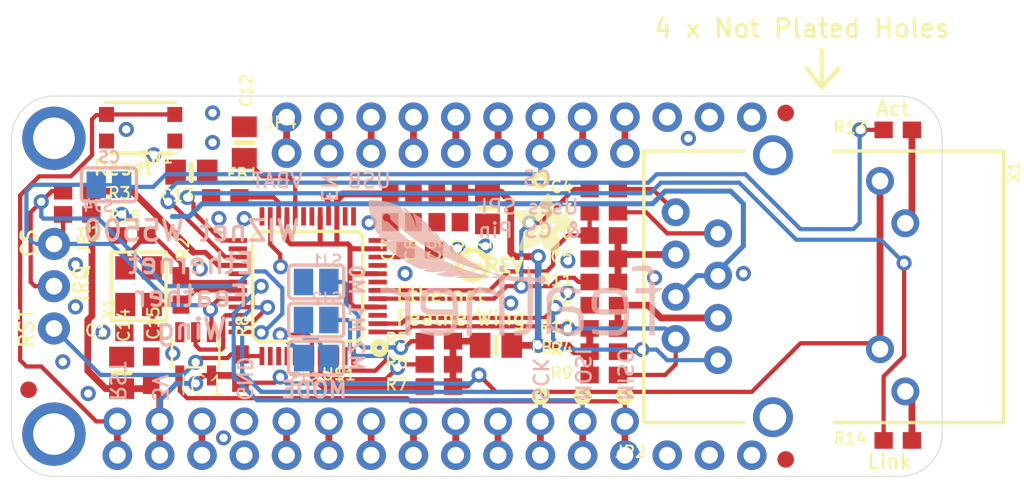
<source format=kicad_pcb>
(kicad_pcb (version 20211014) (generator pcbnew)
  (layers (0 "F.Cu" signal) (31 "B.Cu" signal) (34 "B.Paste" user) (35 "F.Paste" user) (36 "B.SilkS" user "B.Silkscreen") (37 "F.SilkS" user "F.Silkscreen") (38 "B.Mask" user) (39 "F.Mask" user) (44 "Edge.Cuts" user))
  (net 0 "")
  (net 1 "N$1")
  (net 2 "GND")
  (net 3 "N$2")
  (net 4 "N$3")
  (net 5 "AGND")
  (net 6 "CS")
  (net 7 "IRQ")
  (net 8 "MOSI")
  (net 9 "MISO")
  (net 10 "SCK")
  (net 11 "3.3V")
  (net 12 "N$4")
  (net 13 "N$5")
  (net 14 "N$6")
  (net 15 "RESET")
  (net 16 "AVDD")
  (net 17 "TX-")
  (net 18 "TX+")
  (net 19 "RX-")
  (net 20 "RX+")
  (net 21 "N$7")
  (net 22 "N$8")
  (net 23 "N$9")
  (net 24 "N$10")
  (net 25 "N$11")
  (net 26 "N$12")
  (net 27 "MISO_MCU")
  (net 28 "GREENLED")
  (net 29 "YELLOWLED")
  (net 30 "N$13")
  (net 31 "N$14")
  (net 32 "VBAT")
  (net 33 "N$15")
  (net 34 "USB")
  (net 35 "N$16")
  (net 36 "N$17")
  (net 37 "N$18")
  (net 38 "N$19")
  (net 39 "N$20")
  (net 40 "N$21")
  (net 41 "N$28")
  (net 42 "N$29")
  (net 43 "N$30")
  (net 44 "N$31")
  (net 45 "N$32")
  (net 46 "N$33")
  (net 47 "N$34")
  (net 48 "N$22")
  (footprint "boardEagle:0603-NO" (layer "F.Cu") (at 143.2941 100.3046 -90)
    (fp_text reference "C7")
    (fp_text value "0.1uF")
  )
  (footprint "boardEagle:0603-NO" (layer "F.Cu") (at 147.4851 100.3046 -90)
    (fp_text reference "C10")
    (fp_text value "0.1uF")
  )
  (footprint "boardEagle:BTN_KMR2_4.6X2.8" (layer "F.Cu") (at 128.3081 95.4786 180)
    (fp_text reference "SW1")
    (fp_text value "KMR2")
  )
  (footprint "boardEagle:0603-NO" (layer "F.Cu") (at 130.7211 105.2576 90)
    (fp_text reference "R2")
    (fp_text value "1M")
  )
  (footprint "boardEagle:ADAFRUIT_3.5MM" (layer "F.Cu") (at 150.6601 103.2256)
    (fp_text reference "U$49" hide)
    (fp_text value "" hide)
  )
  (footprint "boardEagle:FEATHERWING_NODIM" (layer "F.Cu") (at 120.5611 116.4336)
    (fp_text reference "MS1" hide)
    (fp_text value "FEATHERWING_NODIM" hide)
  )
  (footprint "boardEagle:RJ45_PULSEJACK" (layer "F.Cu") (at 169.3291 105.0036 -90)
    (fp_text reference "X1")
    (fp_text value "RB1-125BAG1A")
  )
  (footprint "boardEagle:0603-NO" (layer "F.Cu") (at 156.1211 104.7496 180)
    (fp_text reference "R11")
    (fp_text value "49.9")
  )
  (footprint "boardEagle:0603-NO" (layer "F.Cu") (at 128.9431 110.0836 90)
    (fp_text reference "C15")
    (fp_text value "0.1uF")
  )
  (footprint "boardEagle:0603-NO" (layer "F.Cu") (at 156.1211 100.5586 180)
    (fp_text reference "C3")
    (fp_text value "6.8nF")
  )
  (footprint "boardEagle:0603-NO" (layer "F.Cu") (at 124.4981 99.2886)
    (fp_text reference "R3")
    (fp_text value "10K")
  )
  (footprint "boardEagle:0603-NO" (layer "F.Cu") (at 146.2151 108.3056 180)
    (fp_text reference "R5")
    (fp_text value "10K")
  )
  (footprint "boardEagle:LQFP48" (layer "F.Cu") (at 138.3411 105.0036 180)
    (fp_text reference "U$1")
    (fp_text value "W5500")
  )
  (footprint "boardEagle:0603-NO" (layer "F.Cu") (at 156.1211 110.3376 180)
    (fp_text reference "R9")
    (fp_text value "49.9")
  )
  (footprint "boardEagle:0603-NO" (layer "F.Cu") (at 173.7741 114.2746 180)
    (fp_text reference "R14")
    (fp_text value "470")
  )
  (footprint "boardEagle:FIDUCIAL_1MM" (layer "F.Cu") (at 167.0431 94.5896)
    (fp_text reference "FID3" hide)
    (fp_text value "FIDUCIAL\"\"" hide)
  )
  (footprint "boardEagle:0603-NO" (layer "F.Cu") (at 156.1211 103.3526 180)
    (fp_text reference "C5")
    (fp_text value "10nF")
  )
  (footprint "boardEagle:1X09_ROUND_70" (layer "F.Cu") (at 147.2311 97.0026)
    (fp_text reference "JP4")
    (fp_text value "")
  )
  (footprint "boardEagle:0805-NO" (layer "F.Cu") (at 134.5311 96.3676 90)
    (fp_text reference "C12")
    (fp_text value "10uF")
  )
  (footprint "boardEagle:1X03_ROUND_76" (layer "F.Cu") (at 123.1011 105.0036 -90)
    (fp_text reference "JP1")
    (fp_text value "")
  )
  (footprint "boardEagle:0603-NO" (layer "F.Cu") (at 134.3025 109.9566 90)
    (fp_text reference "R8")
    (fp_text value "10K")
  )
  (footprint "boardEagle:0603-NO" (layer "F.Cu") (at 128.1811 107.7976 180)
    (fp_text reference "C1")
    (fp_text value "22pF")
  )
  (footprint "boardEagle:FIDUCIAL_1MM" (layer "F.Cu") (at 121.5771 111.2266)
    (fp_text reference "FID2" hide)
    (fp_text value "FIDUCIAL\"\"" hide)
  )
  (footprint "boardEagle:0603-NO" (layer "F.Cu") (at 127.8001 101.9556 180)
    (fp_text reference "C2")
    (fp_text value "22pF")
  )
  (footprint "boardEagle:0603-NO" (layer "F.Cu") (at 133.3881 99.6696 180)
    (fp_text reference "C13")
    (fp_text value "0.1uF")
  )
  (footprint "boardEagle:0603-NO" (layer "F.Cu") (at 146.2151 109.7026 180)
    (fp_text reference "R6")
    (fp_text value "10K")
  )
  (footprint "boardEagle:1X13_ROUND_70" (layer "F.Cu") (at 142.1511 113.1316 180)
    (fp_text reference "JP2")
    (fp_text value "")
  )
  (footprint "boardEagle:0805-NO" (layer "F.Cu") (at 127.1651 110.2106 90)
    (fp_text reference "C14")
    (fp_text value "10uF")
  )
  (footprint "boardEagle:0603-NO" (layer "F.Cu") (at 173.7741 95.6056 180)
    (fp_text reference "R13")
    (fp_text value "470")
  )
  (footprint "boardEagle:0603-NO" (layer "F.Cu") (at 145.0721 102.8446)
    (fp_text reference "R1")
    (fp_text value "12.4K")
  )
  (footprint "boardEagle:0603-NO" (layer "F.Cu") (at 156.1211 107.5436 180)
    (fp_text reference "R12")
    (fp_text value "10")
  )
  (footprint "boardEagle:SOT23-5L" (layer "F.Cu") (at 131.6101 109.0676 180)
    (fp_text reference "IC1")
    (fp_text value "74AHC1G125")
  )
  (footprint "boardEagle:CRYSTAL_3.2X2.5" (layer "F.Cu") (at 128.1811 105.0036 90)
    (fp_text reference "Y1")
    (fp_text value "25MHz")
  )
  (footprint "boardEagle:0603-NO" (layer "F.Cu") (at 156.1211 108.9406 180)
    (fp_text reference "R4")
    (fp_text value "49.9")
  )
  (footprint "boardEagle:0603-NO" (layer "F.Cu") (at 146.0881 100.3046 -90)
    (fp_text reference "C9")
    (fp_text value "0.1uF")
  )
  (footprint "boardEagle:0603-NO" (layer "F.Cu") (at 124.4981 100.6856)
    (fp_text reference "R15")
    (fp_text value "10K")
  )
  (footprint "boardEagle:0603-NO" (layer "F.Cu") (at 144.6911 100.3046 -90)
    (fp_text reference "C8")
    (fp_text value "0.1uF")
  )
  (footprint "boardEagle:0805-NO" (layer "F.Cu") (at 131.3561 98.1456)
    (fp_text reference "FB1")
    (fp_text value "ferrite")
  )
  (footprint "boardEagle:0603-NO" (layer "F.Cu") (at 156.1211 106.1466 180)
    (fp_text reference "C6")
    (fp_text value "10nF")
  )
  (footprint "boardEagle:0603-NO" (layer "F.Cu") (at 156.1211 101.9556 180)
    (fp_text reference "R10")
    (fp_text value "49.9")
  )
  (footprint "boardEagle:0805-NO" (layer "F.Cu") (at 149.1361 100.3046 -90)
    (fp_text reference "C11")
    (fp_text value "10uF")
  )
  (footprint "boardEagle:FIDUCIAL_1MM" (layer "F.Cu") (at 167.0431 115.4176)
    (fp_text reference "FID1" hide)
    (fp_text value "FIDUCIAL\"\"" hide)
  )
  (footprint "boardEagle:0603-NO" (layer "F.Cu") (at 156.1211 99.1616 180)
    (fp_text reference "C4")
    (fp_text value "6.8nF")
  )
  (footprint "boardEagle:PCBFEAT-REV-040" (layer "F.Cu") (at 148.2471 103.7336)
    (fp_text reference "U$45" hide)
    (fp_text value "" hide)
  )
  (footprint "boardEagle:0805-NO" (layer "F.Cu") (at 149.6441 108.5596)
    (fp_text reference "FB2")
    (fp_text value "ferrite")
  )
  (footprint "boardEagle:0603-NO" (layer "F.Cu") (at 146.2151 111.0361 180)
    (fp_text reference "R7")
    (fp_text value "10K")
  )
  (footprint "boardEagle:SOLDERJUMPER_CLOSEDWIRE" (layer "B.Cu") (at 126.4031 98.9076)
    (fp_text reference "SJ4")
    (fp_text value "")
  )
  (footprint "boardEagle:SOLDERJUMPER_REFLOW_NOPASTE" (layer "B.Cu") (at 138.8491 104.7496 180)
    (fp_text reference "SJ1")
    (fp_text value "")
  )
  (footprint "boardEagle:SOLDERJUMPER_REFLOW_NOPASTE" (layer "B.Cu") (at 138.8491 109.3216)
    (fp_text reference "SJ3")
    (fp_text value "")
  )
  (footprint "boardEagle:FEATHERLOGO_MED" (layer "B.Cu") (at 159.8041 108.0516 180)
    (fp_text reference "U$48" hide)
    (fp_text value "" hide)
  )
  (footprint "boardEagle:SOLDERJUMPER_REFLOW_NOPASTE" (layer "B.Cu") (at 138.8491 107.0356 180)
    (fp_text reference "SJ2")
    (fp_text value "")
  )
  (gr_circle (center 154.8511 111.6076) (end 155.2321 111.6076) (layer "F.SilkS") (width 0.3048) (fill none))
  (gr_line (start 169.2021 93.0656) (end 168.3131 91.9226) (layer "F.SilkS") (width 0.254))
  (gr_circle (center 152.3111 111.6076) (end 152.6921 111.6076) (layer "F.SilkS") (width 0.3048) (fill none))
  (gr_circle (center 152.3111 98.6536) (end 152.6921 98.6536) (layer "F.SilkS") (width 0.3048) (fill none))
  (gr_line (start 169.2021 93.0656) (end 170.2181 91.9226) (layer "F.SilkS") (width 0.254))
  (gr_circle (center 157.3911 111.6076) (end 157.7721 111.6076) (layer "F.SilkS") (width 0.3048) (fill none))
  (gr_line (start 169.2021 90.7796) (end 169.2021 92.9386) (layer "F.SilkS") (width 0.254))
  (gr_line (start 123.1011 116.4336) (end 173.9011 116.4336) (layer "Edge.Cuts") (width 0.05))
  (gr_arc (start 173.9011 93.5736) (mid 175.697151 94.317549) (end 176.4411 96.1136) (layer "Edge.Cuts") (width 0.05))
  (gr_line (start 173.9011 93.5736) (end 123.1011 93.5736) (layer "Edge.Cuts") (width 0.05))
  (gr_arc (start 176.4411 113.8936) (mid 175.697151 115.689651) (end 173.9011 116.4336) (layer "Edge.Cuts") (width 0.05))
  (gr_line (start 120.5611 96.1136) (end 120.5611 113.8936) (layer "Edge.Cuts") (width 0.05))
  (gr_arc (start 120.5611 96.1136) (mid 121.305049 94.317549) (end 123.1011 93.5736) (layer "Edge.Cuts") (width 0.05))
  (gr_line (start 176.4411 113.8936) (end 176.4411 96.1136) (layer "Edge.Cuts") (width 0.05))
  (gr_arc (start 123.1011 116.4336) (mid 121.305049 115.689651) (end 120.5611 113.8936) (layer "Edge.Cuts") (width 0.05))
  (gr_text "CS" (at 151.1681 98.5266) (layer "B.SilkS") (effects (font (size 0.87376 0.87376) (thickness 0.14224)) (justify right mirror)))
  (gr_text "M0" (at 141.2621 104.6226 -90) (layer "B.SilkS") (effects (font (size 0.85344 0.85344) (thickness 0.16256)) (justify mirror)))
  (gr_text "EN" (at 139.6111 98.1456 -90) (layer "B.SilkS") (effects (font (size 0.87376 0.87376) (thickness 0.14224)) (justify right mirror)))
  (gr_text "MOSI" (at 154.8511 111.9886 -90) (layer "B.SilkS") (effects (font (size 0.87376 0.87376) (thickness 0.14224)) (justify left mirror)))
  (gr_text "WIZnet W5500\nEthernet\nFeather\nWing" (at 131.3561 104.6226) (layer "B.SilkS") (effects (font (size 1.223264 1.223264) (thickness 0.199136)) (justify mirror)))
  (gr_text "VBAT" (at 134.9121 98.6536) (layer "B.SilkS") (effects (font (size 0.87376 0.87376) (thickness 0.14224)) (justify right mirror)))
  (gr_text "GND" (at 134.5311 111.9886 -90) (layer "B.SilkS") (effects (font (size 0.87376 0.87376) (thickness 0.14224)) (justify left mirror)))
  (gr_text "MISO" (at 157.3911 111.9886 -90) (layer "B.SilkS") (effects (font (size 0.87376 0.87376) (thickness 0.14224)) (justify left mirror)))
  (gr_text "MODE" (at 138.7221 111.2266) (layer "B.SilkS") (effects (font (size 0.96012 0.96012) (thickness 0.18288)) (justify mirror)))
  (gr_text "3V" (at 129.4511 111.9886 -90) (layer "B.SilkS") (effects (font (size 0.87376 0.87376) (thickness 0.14224)) (justify left mirror)))
  (gr_text "USB" (at 140.6271 98.6536) (layer "B.SilkS") (effects (font (size 0.87376 0.87376) (thickness 0.14224)) (justify right mirror)))
  (gr_text "CS" (at 127.1651 97.2566) (layer "B.SilkS") (effects (font (size 0.674624 0.674624) (thickness 0.138176)) (justify left mirror)))
  (gr_text "RST" (at 126.9111 111.9886 -90) (layer "B.SilkS") (effects (font (size 0.87376 0.87376) (thickness 0.14224)) (justify left mirror)))
  (gr_text "M2" (at 141.2621 109.1946 -90) (layer "B.SilkS") (effects (font (size 0.85344 0.85344) (thickness 0.16256)) (justify mirror)))
  (gr_text "SCK" (at 152.3111 111.9886 -90) (layer "B.SilkS") (effects (font (size 0.87376 0.87376) (thickness 0.14224)) (justify left mirror)))
  (gr_text "Uses SPI\n& CS Pin" (at 151.6761 100.9396) (layer "B.SilkS") (effects (font (size 0.87376 0.87376) (thickness 0.14224)) (justify mirror)))
  (gr_text "M1" (at 141.2621 106.9086 -90) (layer "B.SilkS") (effects (font (size 0.85344 0.85344) (thickness 0.16256)) (justify mirror)))
  (gr_text "Act" (at 172.3771 94.8436) (layer "F.SilkS") (effects (font (size 0.87376 0.87376) (thickness 0.14224)) (justify left bottom)))
  (gr_text "Ethernet\nFeatherWing" (at 143.5481 107.4166) (layer "F.SilkS") (effects (font (size 0.8636 0.8636) (thickness 0.1524)) (justify left bottom)))
  (gr_text "IRQ" (at 124.7521 106.0196 90) (layer "F.SilkS") (effects (font (size 0.8636 0.8636) (thickness 0.1524)) (justify left)))
  (gr_text "Link" (at 171.8691 116.0526) (layer "F.SilkS") (effects (font (size 0.87376 0.87376) (thickness 0.14224)) (justify left bottom)))
  (gr_text "RST" (at 121.4501 108.8136 90) (layer "F.SilkS") (effects (font (size 0.8636 0.8636) (thickness 0.1524)) (justify left)))
  (gr_text "Reset" (at 125.3871 97.8916) (layer "F.SilkS") (effects (font (size 0.8636 0.8636) (thickness 0.1524)) (justify left)))
  (gr_text "CS" (at 121.5771 103.3526 90) (layer "F.SilkS") (effects (font (size 0.8636 0.8636) (thickness 0.1524)) (justify left)))
  (gr_text "4 x Not Plated Holes" (at 159.0421 90.1446) (layer "F.SilkS") (effects (font (size 1.0922 1.0922) (thickness 0.1778)) (justify left bottom)))
  (segment (start 129.0311 106.1536) (end 128.9811 106.1036) (width 0.254) (layer "F.Cu") (net 1))
  (segment (start 131.5751 105.2536) (end 130.7211 106.1076) (width 0.254) (layer "F.Cu") (net 1))
  (segment (start 128.9811 106.2356) (end 129.1091 106.1076) (width 0.254) (layer "F.Cu") (net 1))
  (segment (start 134.1411 105.2536) (end 131.5751 105.2536) (width 0.254) (layer "F.Cu") (net 1))
  (segment (start 130.7211 106.1076) (end 129.1091 106.1076) (width 0.254) (layer "F.Cu") (net 1))
  (segment (start 129.0311 107.7976) (end 129.0311 106.1536) (width 0.254) (layer "F.Cu") (net 1))
  (segment (start 128.9811 106.1036) (end 128.9811 106.2356) (width 0.254) (layer "F.Cu") (net 1))
  (segment (start 136.6901 103.8098) (end 136.7155 103.8352) (width 0.254) (layer "F.Cu") (net 2))
  (segment (start 136.0911 102.4996) (end 136.6901 103.0986) (width 0.254) (layer "F.Cu") (net 2))
  (segment (start 136.6901 103.0986) (end 136.6901 103.8098) (width 0.254) (layer "F.Cu") (net 2))
  (segment (start 136.0911 100.8036) (end 136.0911 102.4996) (width 0.254) (layer "F.Cu") (net 2))
  (via (at 129.0955 97.1042) (size 0.9064) (drill 0.5) (layers "F.Cu" "B.Cu") (net 2))
  (via (at 125.1585 111.4552) (size 0.9064) (drill 0.5) (layers "F.Cu" "B.Cu") (net 2))
  (via (at 130.2385 109.0422) (size 0.9064) (drill 0.5) (layers "F.Cu" "B.Cu") (net 2))
  (via (at 136.7155 103.8352) (size 0.9064) (drill 0.5) (layers "F.Cu" "B.Cu") (net 2))
  (via (at 133.2865 114.1222) (size 0.9064) (drill 0.5) (layers "F.Cu" "B.Cu") (net 2))
  (via (at 127.4445 95.5802) (size 0.9064) (drill 0.5) (layers "F.Cu" "B.Cu") (net 2))
  (via (at 123.6345 109.5502) (size 0.9064) (drill 0.5) (layers "F.Cu" "B.Cu") (net 2))
  (via (at 127.1651 100.6856) (size 0.9064) (drill 0.5) (layers "F.Cu" "B.Cu") (net 2))
  (via (at 126.0475 107.7722) (size 0.9064) (drill 0.5) (layers "F.Cu" "B.Cu") (net 2))
  (via (at 124.3965 106.2482) (size 0.9064) (drill 0.5) (layers "F.Cu" "B.Cu") (net 2))
  (via (at 124.3965 103.7082) (size 0.9064) (drill 0.5) (layers "F.Cu" "B.Cu") (net 2))
  (via (at 131.8895 103.9622) (size 0.9064) (drill 0.5) (layers "F.Cu" "B.Cu") (net 2))
  (segment (start 127.5461 100.9396) (end 127.6731 100.8126) (width 0.3048) (layer "B.Cu") (net 2))
  (segment (start 163.7411 99.2886) (end 159.8041 99.2886) (width 0.3048) (layer "B.Cu") (net 2))
  (segment (start 139.1031 108.8136) (end 139.6111 109.3216) (width 0.254) (layer "B.Cu") (net 2))
  (segment (start 162.9791 104.3686) (end 161.7091 104.3686) (width 0.3048) (layer "B.Cu") (net 2))
  (segment (start 138.8491 108.1786) (end 139.1031 108.4326) (width 0.254) (layer "B.Cu") (net 2))
  (segment (start 164.5031 102.5906) (end 164.5031 100.0506) (width 0.3048) (layer "B.Cu") (net 2))
  (segment (start 161.7091 104.3686) (end 160.4391 105.6386) (width 0.3048) (layer "B.Cu") (net 2))
  (segment (start 139.6111 109.3216) (end 139.6111 109.0676) (width 0.254) (layer "B.Cu") (net 2))
  (segment (start 164.5031 100.0506) (end 163.7411 99.2886) (width 0.3048) (layer "B.Cu") (net 2))
  (segment (start 131.9911 100.0506) (end 131.2291 100.8126) (width 0.3048) (layer "B.Cu") (net 2))
  (segment (start 138.0871 108.0516) (end 138.0871 107.0356) (width 0.254) (layer "B.Cu") (net 2))
  (segment (start 138.2141 108.1786) (end 138.0871 108.0516) (width 0.254) (layer "B.Cu") (net 2))
  (segment (start 159.0421 100.0506) (end 131.9911 100.0506) (width 0.3048) (layer "B.Cu") (net 2))
  (segment (start 131.2291 100.8126) (end 130.2131 100.8126) (width 0.3048) (layer "B.Cu") (net 2))
  (segment (start 162.9791 104.3686) (end 162.9791 104.1146) (width 0.3048) (layer "B.Cu") (net 2))
  (segment (start 138.8491 108.1786) (end 138.2141 108.1786) (width 0.254) (layer "B.Cu") (net 2))
  (segment (start 159.8041 99.2886) (end 159.0421 100.0506) (width 0.3048) (layer "B.Cu") (net 2))
  (segment (start 139.1031 108.4326) (end 139.1031 108.8136) (width 0.254) (layer "B.Cu") (net 2))
  (segment (start 162.9791 104.1146) (end 164.5031 102.5906) (width 0.3048) (layer "B.Cu") (net 2))
  (segment (start 127.3811 103.0096) (end 127.5461 102.8446) (width 0.254) (layer "F.Cu") (net 3))
  (segment (start 131.0671 104.7536) (end 130.7211 104.4076) (width 0.254) (layer "F.Cu") (net 3))
  (segment (start 129.0701 101.9556) (end 128.6501 101.9556) (width 0.254) (layer "F.Cu") (net 3))
  (segment (start 130.7211 103.6066) (end 129.0701 101.9556) (width 0.254) (layer "F.Cu") (net 3))
  (segment (start 130.7211 104.4076) (end 130.7211 103.6066) (width 0.254) (layer "F.Cu") (net 3))
  (segment (start 127.5461 102.8446) (end 127.7611 102.8446) (width 0.254) (layer "F.Cu") (net 3))
  (segment (start 127.7611 102.8446) (end 128.6501 101.9556) (width 0.254) (layer "F.Cu") (net 3))
  (segment (start 127.3811 103.9036) (end 127.3811 103.0096) (width 0.254) (layer "F.Cu") (net 3))
  (segment (start 134.1411 104.7536) (end 131.0671 104.7536) (width 0.254) (layer "F.Cu") (net 3))
  (segment (start 142.5411 103.2536) (end 143.8131 103.2536) (width 0.254) (layer "F.Cu") (net 4))
  (segment (start 143.8131 103.2536) (end 144.2221 102.8446) (width 0.254) (layer "F.Cu") (net 4))
  (segment (start 139.5911 100.8036) (end 139.5911 99.9036) (width 0.254) (layer "F.Cu") (net 5))
  (segment (start 139.5911 99.9036) (end 139.2301 99.5426) (width 0.254) (layer "F.Cu") (net 5))
  (via (at 142.0241 101.1936) (size 0.9064) (drill 0.5) (layers "F.Cu" "B.Cu") (net 5))
  (via (at 134.5311 100.9396) (size 0.9064) (drill 0.5) (layers "F.Cu" "B.Cu") (net 5))
  (via (at 164.5031 104.2416) (size 0.9064) (drill 0.5) (layers "F.Cu" "B.Cu") (net 5))
  (via (at 153.9621 103.4796) (size 0.9064) (drill 0.5) (layers "F.Cu" "B.Cu") (net 5))
  (via (at 132.6261 96.3676) (size 0.9064) (drill 0.5) (layers "F.Cu" "B.Cu") (net 5))
  (via (at 161.2011 96.1136) (size 0.9064) (drill 0.5) (layers "F.Cu" "B.Cu") (net 5))
  (via (at 132.6261 94.5896) (size 0.9064) (drill 0.5) (layers "F.Cu" "B.Cu") (net 5))
  (via (at 153.9621 105.3846) (size 0.9064) (drill 0.5) (layers "F.Cu" "B.Cu") (net 5))
  (via (at 150.5331 106.0196) (size 0.9064) (drill 0.5) (layers "F.Cu" "B.Cu") (net 5))
  (via (at 144.1831 104.2416) (size 0.9064) (drill 0.5) (layers "F.Cu" "B.Cu") (net 5))
  (via (at 159.1691 104.4956) (size 0.9064) (drill 0.5) (layers "F.Cu" "B.Cu") (net 5))
  (via (at 133.0071 100.9396) (size 0.9064) (drill 0.5) (layers "F.Cu" "B.Cu") (net 5))
  (via (at 149.0091 102.5906) (size 0.9064) (drill 0.5) (layers "F.Cu" "B.Cu") (net 5))
  (via (at 147.3581 102.7176) (size 0.9064) (drill 0.5) (layers "F.Cu" "B.Cu") (net 5))
  (segment (start 132.5601 107.7676) (end 132.5601 106.4616) (width 0.254) (layer "F.Cu") (net 6))
  (segment (start 133.0191 105.7536) (end 132.4991 106.2736) (width 0.254) (layer "F.Cu") (net 6))
  (segment (start 123.6481 101.9166) (end 123.1011 102.4636) (width 0.254) (layer "F.Cu") (net 6))
  (segment (start 134.1411 105.7536) (end 133.0191 105.7536) (width 0.254) (layer "F.Cu") (net 6))
  (segment (start 132.5601 106.4616) (end 132.4991 106.4006) (width 0.254) (layer "F.Cu") (net 6))
  (segment (start 132.4991 106.2736) (end 132.4991 106.4006) (width 0.254) (layer "F.Cu") (net 6))
  (segment (start 123.6481 100.6856) (end 123.6481 101.9166) (width 0.254) (layer "F.Cu") (net 6))
  (via (at 132.4991 106.4006) (size 0.9064) (drill 0.5) (layers "F.Cu" "B.Cu") (net 6))
  (segment (start 121.9581 102.4636) (end 123.1011 102.4636) (width 0.254) (layer "B.Cu") (net 6))
  (segment (start 121.4501 99.2886) (end 121.4501 101.9556) (width 0.254) (layer "B.Cu") (net 6))
  (segment (start 126.5301 102.4636) (end 130.2131 106.1466) (width 0.254) (layer "B.Cu") (net 6))
  (segment (start 121.8311 98.9076) (end 121.4501 99.2886) (width 0.254) (layer "B.Cu") (net 6))
  (segment (start 125.6411 98.9076) (end 121.8311 98.9076) (width 0.254) (layer "B.Cu") (net 6))
  (segment (start 121.4501 101.9556) (end 121.9581 102.4636) (width 0.254) (layer "B.Cu") (net 6))
  (segment (start 130.2131 106.1466) (end 132.2451 106.1466) (width 0.254) (layer "B.Cu") (net 6))
  (segment (start 132.2451 106.1466) (end 132.4991 106.4006) (width 0.254) (layer "B.Cu") (net 6))
  (segment (start 123.1011 102.4636) (end 126.5301 102.4636) (width 0.254) (layer "B.Cu") (net 6))
  (segment (start 121.9581 105.0036) (end 121.7041 104.7496) (width 0.254) (layer "F.Cu") (net 7))
  (segment (start 123.1011 105.0036) (end 121.9581 105.0036) (width 0.254) (layer "F.Cu") (net 7))
  (segment (start 121.7041 100.5586) (end 122.3391 99.9236) (width 0.254) (layer "F.Cu") (net 7))
  (segment (start 122.9741 99.2886) (end 122.3391 99.9236) (width 0.254) (layer "F.Cu") (net 7))
  (segment (start 122.3391 99.9236) (end 122.5931 99.6696) (width 0.254) (layer "F.Cu") (net 7))
  (segment (start 121.7041 104.7496) (end 121.7041 100.5586) (width 0.254) (layer "F.Cu") (net 7))
  (segment (start 134.1411 107.7536) (end 135.5031 107.7536) (width 0.254) (layer "F.Cu") (net 7))
  (segment (start 123.6481 99.2886) (end 122.9741 99.2886) (width 0.254) (layer "F.Cu") (net 7))
  (segment (start 135.5031 107.7536) (end 135.5471 107.7976) (width 0.254) (layer "F.Cu") (net 7))
  (via (at 122.3391 99.9236) (size 0.9064) (drill 0.5) (layers "F.Cu" "B.Cu") (net 7))
  (via (at 135.5471 107.7976) (size 0.9064) (drill 0.5) (layers "F.Cu" "B.Cu") (net 7))
  (segment (start 134.9121 104.1146) (end 134.0231 105.0036) (width 0.254) (layer "B.Cu") (net 7))
  (segment (start 135.6741 107.7976) (end 136.8171 106.6546) (width 0.254) (layer "B.Cu") (net 7))
  (segment (start 125.7681 100.9396) (end 122.4661 100.9396) (width 0.254) (layer "B.Cu") (net 7))
  (segment (start 136.8171 106.6546) (end 136.8171 105.1306) (width 0.254) (layer "B.Cu") (net 7))
  (segment (start 136.8171 105.1306) (end 135.8011 104.1146) (width 0.254) (layer "B.Cu") (net 7))
  (segment (start 135.5471 107.7976) (end 135.6741 107.7976) (width 0.254) (layer "B.Cu") (net 7))
  (segment (start 129.8321 105.0036) (end 125.7681 100.9396) (width 0.254) (layer "B.Cu") (net 7))
  (segment (start 134.0231 105.0036) (end 129.8321 105.0036) (width 0.254) (layer "B.Cu") (net 7))
  (segment (start 122.4661 100.9396) (end 122.3391 100.8126) (width 0.254) (layer "B.Cu") (net 7))
  (segment (start 122.3391 100.8126) (end 122.3391 99.9236) (width 0.254) (layer "B.Cu") (net 7))
  (segment (start 135.8011 104.1146) (end 134.9121 104.1146) (width 0.254) (layer "B.Cu") (net 7))
  (segment (start 134.1411 107.2536) (end 134.9481 107.2536) (width 0.254) (layer "F.Cu") (net 8))
  (segment (start 135.2931 106.9086) (end 135.9281 106.2736) (width 0.254) (layer "F.Cu") (net 8))
  (segment (start 134.9481 107.2536) (end 135.2931 106.9086) (width 0.254) (layer "F.Cu") (net 8))
  (segment (start 154.8511 115.1636) (end 154.8511 113.1316) (width 0.4064) (layer "F.Cu") (net 8))
  (via (at 135.9281 106.2736) (size 0.9064) (drill 0.5) (layers "F.Cu" "B.Cu") (net 8))
  (segment (start 135.5471 111.3536) (end 137.9601 111.3536) (width 0.254) (layer "B.Cu") (net 8))
  (segment (start 135.0391 106.2736) (end 135.9281 106.2736) (width 0.254) (layer "B.Cu") (net 8))
  (segment (start 134.4041 106.9086) (end 134.6581 106.6546) (width 0.254) (layer "B.Cu") (net 8))
  (segment (start 154.5971 111.8616) (end 152.8191 111.8616) (width 0.254) (layer "B.Cu") (net 8))
  (segment (start 154.8511 113.1316) (end 154.8511 112.1156) (width 0.254) (layer "B.Cu") (net 8))
  (segment (start 135.0391 110.8456) (end 134.4041 110.2106) (width 0.254) (layer "B.Cu") (net 8))
  (segment (start 152.8191 111.8616) (end 152.3111 111.3536) (width 0.254) (layer "B.Cu") (net 8))
  (segment (start 134.4041 106.9086) (end 135.0391 106.2736) (width 0.254) (layer "B.Cu") (net 8))
  (segment (start 152.3111 111.3536) (end 137.9601 111.3536) (width 0.254) (layer "B.Cu") (net 8))
  (segment (start 135.0391 110.8456) (end 135.5471 111.3536) (width 0.254) (layer "B.Cu") (net 8))
  (segment (start 154.8511 112.1156) (end 154.5971 111.8616) (width 0.254) (layer "B.Cu") (net 8))
  (segment (start 134.4041 110.2106) (end 134.4041 106.9086) (width 0.254) (layer "B.Cu") (net 8))
  (segment (start 133.2611 108.6866) (end 133.1341 108.8136) (width 0.254) (layer "F.Cu") (net 9))
  (segment (start 134.1411 106.7536) (end 133.4161 106.7536) (width 0.254) (layer "F.Cu") (net 9))
  (segment (start 133.2611 106.9086) (end 133.2611 108.6866) (width 0.254) (layer "F.Cu") (net 9))
  (segment (start 131.6101 108.5596) (end 131.6101 107.7676) (width 0.254) (layer "F.Cu") (net 9))
  (segment (start 131.8641 108.8136) (end 131.6101 108.5596) (width 0.254) (layer "F.Cu") (net 9))
  (segment (start 133.1341 108.8136) (end 131.8641 108.8136) (width 0.254) (layer "F.Cu") (net 9))
  (segment (start 133.4161 106.7536) (end 133.2611 106.9086) (width 0.254) (layer "F.Cu") (net 9))
  (segment (start 135.0391 105.5116) (end 135.5471 105.0036) (width 0.254) (layer "F.Cu") (net 10))
  (segment (start 152.3111 115.1636) (end 152.3111 113.1316) (width 0.4064) (layer "F.Cu") (net 10))
  (segment (start 134.1411 106.2536) (end 134.9321 106.2536) (width 0.254) (layer "F.Cu") (net 10))
  (segment (start 135.0391 106.1466) (end 135.0391 105.5116) (width 0.254) (layer "F.Cu") (net 10))
  (segment (start 134.9321 106.2536) (end 135.0391 106.1466) (width 0.254) (layer "F.Cu") (net 10))
  (via (at 135.5471 105.0036) (size 0.9064) (drill 0.5) (layers "F.Cu" "B.Cu") (net 10))
  (segment (start 135.2931 111.8616) (end 137.9601 111.8616) (width 0.254) (layer "B.Cu") (net 10))
  (segment (start 152.3111 113.1316) (end 152.3111 112.1156) (width 0.254) (layer "B.Cu") (net 10))
  (segment (start 134.5311 111.0996) (end 135.2931 111.8616) (width 0.254) (layer "B.Cu") (net 10))
  (segment (start 152.0571 111.8616) (end 137.9601 111.8616) (width 0.254) (layer "B.Cu") (net 10))
  (segment (start 133.8961 110.4646) (end 133.8961 106.6546) (width 0.254) (layer "B.Cu") (net 10))
  (segment (start 152.3111 112.1156) (end 152.0571 111.8616) (width 0.254) (layer "B.Cu") (net 10))
  (segment (start 133.8961 106.6546) (end 135.5471 105.0036) (width 0.254) (layer "B.Cu") (net 10))
  (segment (start 134.5311 111.0996) (end 133.8961 110.4646) (width 0.254) (layer "B.Cu") (net 10))
  (segment (start 136.3481 110.8066) (end 136.6901 110.4646) (width 0.254) (layer "F.Cu") (net 11))
  (segment (start 149.6441 111.3536) (end 148.6281 110.3376) (width 0.254) (layer "F.Cu") (net 11))
  (segment (start 129.4511 115.1636) (end 129.4511 113.1316) (width 0.4064) (layer "F.Cu") (net 11))
  (segment (start 125.3481 100.6856) (end 125.3481 99.2886) (width 0.4064) (layer "F.Cu") (net 11))
  (segment (start 147.0651 108.3056) (end 148.4401 108.3056) (width 0.4064) (layer "F.Cu") (net 11))
  (segment (start 149.6441 111.3536) (end 165.0111 111.3536) (width 0.254) (layer "F.Cu") (net 11))
  (segment (start 128.9431 110.9336) (end 128.7161 111.1606) (width 0.4064) (layer "F.Cu") (net 11))
  (segment (start 125.3871 100.7246) (end 125.3481 100.6856) (width 0.4064) (layer "F.Cu") (net 11))
  (segment (start 133.8635 110.3676) (end 134.3025 110.8066) (width 0.4064) (layer "F.Cu") (net 11))
  (segment (start 134.1411 103.7536) (end 132.9763 103.7536) (width 0.3048) (layer "F.Cu") (net 11))
  (segment (start 172.3531 108.4326) (end 172.7091 108.7886) (width 0.254) (layer "F.Cu") (net 11))
  (segment (start 165.0111 111.3536) (end 167.9321 108.4326) (width 0.254) (layer "F.Cu") (net 11))
  (segment (start 132.1943 102.9716) (end 131.4831 102.9716) (width 0.3048) (layer "F.Cu") (net 11))
  (segment (start 147.0651 109.7026) (end 147.0651 108.3056) (width 0.4064) (layer "F.Cu") (net 11))
  (segment (start 134.3025 110.8066) (end 136.3481 110.8066) (width 0.254) (layer "F.Cu") (net 11))
  (segment (start 132.5601 110.3676) (end 133.8635 110.3676) (width 0.4064) (layer "F.Cu") (net 11))
  (segment (start 129.4511 111.4416) (end 128.9431 110.9336) (width 0.4064) (layer "F.Cu") (net 11))
  (segment (start 172.7091 98.6786) (end 172.7091 108.7886) (width 0.4064) (layer "F.Cu") (net 11))
  (segment (start 125.1331 110.0836) (end 125.1331 107.0356) (width 0.4064) (layer "F.Cu") (net 11))
  (segment (start 125.3871 106.7816) (end 125.3871 100.7246) (width 0.4064) (layer "F.Cu") (net 11))
  (segment (start 128.7161 111.1606) (end 127.1651 111.1606) (width 0.4064) (layer "F.Cu") (net 11))
  (segment (start 129.4511 113.1316) (end 129.4511 111.4416) (width 0.4064) (layer "F.Cu") (net 11))
  (segment (start 132.0881 110.3676) (end 131.6101 110.8456) (width 0.3048) (layer "F.Cu") (net 11))
  (segment (start 126.2101 111.1606) (end 127.1651 111.1606) (width 0.4064) (layer "F.Cu") (net 11))
  (segment (start 132.5601 110.3676) (end 132.0881 110.3676) (width 0.3048) (layer "F.Cu") (net 11))
  (segment (start 125.1331 107.0356) (end 125.3871 106.7816) (width 0.4064) (layer "F.Cu") (net 11))
  (segment (start 132.9763 103.7536) (end 132.1943 102.9716) (width 0.3048) (layer "F.Cu") (net 11))
  (segment (start 167.9321 108.4326) (end 172.3531 108.4326) (width 0.254) (layer "F.Cu") (net 11))
  (segment (start 127.8001 99.2886) (end 125.3481 99.2886) (width 0.4064) (layer "F.Cu") (net 11))
  (segment (start 126.2101 111.1606) (end 125.1331 110.0836) (width 0.4064) (layer "F.Cu") (net 11))
  (segment (start 147.0651 111.0361) (end 147.9296 111.0361) (width 0.254) (layer "F.Cu") (net 11))
  (segment (start 148.4401 108.3056) (end 148.6941 108.5596) (width 0.4064) (layer "F.Cu") (net 11))
  (segment (start 127.8001 99.2886) (end 131.4831 102.9716) (width 0.4064) (layer "F.Cu") (net 11))
  (segment (start 147.0651 111.0361) (end 147.0651 109.7026) (width 0.4064) (layer "F.Cu") (net 11))
  (segment (start 147.9296 111.0361) (end 148.6281 110.3376) (width 0.254) (layer "F.Cu") (net 11))
  (via (at 148.6281 110.3376) (size 0.9064) (drill 0.5) (layers "F.Cu" "B.Cu") (net 11))
  (via (at 131.6101 110.8456) (size 0.9064) (drill 0.5) (layers "F.Cu" "B.Cu") (net 11))
  (via (at 136.6901 110.4646) (size 0.9064) (drill 0.5) (layers "F.Cu" "B.Cu") (net 11))
  (segment (start 131.6101 110.8456) (end 130.4671 110.8456) (width 0.3048) (layer "B.Cu") (net 11))
  (segment (start 130.4671 110.8456) (end 129.4511 111.8616) (width 0.3048) (layer "B.Cu") (net 11))
  (segment (start 136.6901 110.4646) (end 137.0711 110.8456) (width 0.254) (layer "B.Cu") (net 11))
  (segment (start 137.0711 110.8456) (end 148.1201 110.8456) (width 0.254) (layer "B.Cu") (net 11))
  (segment (start 129.4511 111.8616) (end 129.4511 113.1316) (width 0.3048) (layer "B.Cu") (net 11))
  (segment (start 148.1201 110.8456) (end 148.6281 110.3376) (width 0.254) (layer "B.Cu") (net 11))
  (segment (start 143.0401 108.8136) (end 143.1671 108.6866) (width 0.254) (layer "F.Cu") (net 12))
  (segment (start 142.2781 110.0836) (end 142.4051 110.0836) (width 0.254) (layer "F.Cu") (net 12))
  (segment (start 143.0401 109.4486) (end 143.0401 108.8136) (width 0.254) (layer "F.Cu") (net 12))
  (segment (start 139.5911 109.2036) (end 139.5911 109.9366) (width 0.254) (layer "F.Cu") (net 12))
  (segment (start 139.5911 109.9366) (end 139.7381 110.0836) (width 0.254) (layer "F.Cu") (net 12))
  (segment (start 142.4051 110.0836) (end 143.0401 109.4486) (width 0.254) (layer "F.Cu") (net 12))
  (segment (start 144.1831 108.6866) (end 144.5641 108.3056) (width 0.254) (layer "F.Cu") (net 12))
  (segment (start 143.1671 108.6866) (end 143.9291 108.6866) (width 0.254) (layer "F.Cu") (net 12))
  (segment (start 143.9291 108.6866) (end 144.1831 108.6866) (width 0.254) (layer "F.Cu") (net 12))
  (segment (start 144.5641 108.3056) (end 145.3651 108.3056) (width 0.254) (layer "F.Cu") (net 12))
  (segment (start 139.7381 110.0836) (end 142.2781 110.0836) (width 0.254) (layer "F.Cu") (net 12))
  (via (at 143.9291 108.6866) (size 0.9064) (drill 0.5) (layers "F.Cu" "B.Cu") (net 12))
  (segment (start 140.6271 104.8766) (end 140.6271 106.0196) (width 0.254) (layer "B.Cu") (net 12))
  (segment (start 141.3891 108.4326) (end 141.6431 108.6866) (width 0.254) (layer "B.Cu") (net 12))
  (segment (start 140.5001 104.7496) (end 140.6271 104.8766) (width 0.254) (layer "B.Cu") (net 12))
  (segment (start 141.3891 106.7816) (end 141.3891 108.4326) (width 0.254) (layer "B.Cu") (net 12))
  (segment (start 142.7861 108.6866) (end 143.9291 108.6866) (width 0.254) (layer "B.Cu") (net 12))
  (segment (start 140.6271 106.0196) (end 141.3891 106.7816) (width 0.254) (layer "B.Cu") (net 12))
  (segment (start 141.6431 108.6866) (end 142.7861 108.6866) (width 0.254) (layer "B.Cu") (net 12))
  (segment (start 139.6111 104.7496) (end 140.5001 104.7496) (width 0.254) (layer "B.Cu") (net 12))
  (segment (start 143.0401 110.5916) (end 143.7386 109.8931) (width 0.254) (layer "F.Cu") (net 13))
  (segment (start 139.6111 110.5916) (end 142.2781 110.5916) (width 0.254) (layer "F.Cu") (net 13))
  (segment (start 143.9291 109.7026) (end 145.3651 109.7026) (width 0.254) (layer "F.Cu") (net 13))
  (segment (start 143.7386 109.8931) (end 143.9291 109.7026) (width 0.254) (layer "F.Cu") (net 13))
  (segment (start 139.4841 110.5916) (end 139.6111 110.5916) (width 0.254) (layer "F.Cu") (net 13))
  (segment (start 139.0911 110.1986) (end 139.4841 110.5916) (width 0.254) (layer "F.Cu") (net 13))
  (segment (start 142.2781 110.5916) (end 143.0401 110.5916) (width 0.254) (layer "F.Cu") (net 13))
  (segment (start 139.0911 109.2036) (end 139.0911 110.1986) (width 0.254) (layer "F.Cu") (net 13))
  (via (at 143.7386 109.8931) (size 0.9064) (drill 0.5) (layers "F.Cu" "B.Cu") (net 13))
  (segment (start 139.6111 107.0356) (end 140.7541 107.0356) (width 0.254) (layer "B.Cu") (net 13))
  (segment (start 140.8811 107.1626) (end 140.8811 108.8136) (width 0.254) (layer "B.Cu") (net 13))
  (segment (start 143.0401 109.1946) (end 143.7386 109.8931) (width 0.254) (layer "B.Cu") (net 13))
  (segment (start 140.8811 108.8136) (end 141.2621 109.1946) (width 0.254) (layer "B.Cu") (net 13))
  (segment (start 140.7541 107.0356) (end 140.8811 107.1626) (width 0.254) (layer "B.Cu") (net 13))
  (segment (start 141.2621 109.1946) (end 143.0401 109.1946) (width 0.254) (layer "B.Cu") (net 13))
  (segment (start 138.5911 109.2036) (end 138.5911 110.4606) (width 0.254) (layer "F.Cu") (net 14))
  (segment (start 142.2781 111.0996) (end 145.3016 111.0996) (width 0.254) (layer "F.Cu") (net 14))
  (segment (start 138.3411 107.9246) (end 138.4681 108.0516) (width 0.254) (layer "F.Cu") (net 14))
  (segment (start 136.6901 107.9246) (end 138.3411 107.9246) (width 0.254) (layer "F.Cu") (net 14))
  (segment (start 138.5911 110.4606) (end 139.1031 110.9726) (width 0.254) (layer "F.Cu") (net 14))
  (segment (start 145.3016 111.0996) (end 145.3651 111.0361) (width 0.254) (layer "F.Cu") (net 14))
  (segment (start 139.1031 110.9726) (end 139.2301 111.0996) (width 0.254) (layer "F.Cu") (net 14))
  (segment (start 139.2301 111.0996) (end 142.2781 111.0996) (width 0.254) (layer "F.Cu") (net 14))
  (segment (start 138.5911 109.2036) (end 138.5911 108.1746) (width 0.254) (layer "F.Cu") (net 14))
  (segment (start 138.5911 108.1746) (end 138.4681 108.0516) (width 0.254) (layer "F.Cu") (net 14))
  (via (at 136.6901 107.9246) (size 0.9064) (drill 0.5) (layers "F.Cu" "B.Cu") (net 14))
  (segment (start 137.4521 108.5596) (end 137.3251 108.5596) (width 0.254) (layer "B.Cu") (net 14))
  (segment (start 138.0871 109.3216) (end 138.0871 109.1946) (width 0.254) (layer "B.Cu") (net 14))
  (segment (start 138.0871 109.1946) (end 137.4521 108.5596) (width 0.254) (layer "B.Cu") (net 14))
  (segment (start 137.3251 108.5596) (end 136.6901 107.9246) (width 0.254) (layer "B.Cu") (net 14))
  (segment (start 135.5911 109.2036) (end 134.3995 109.2036) (width 0.254) (layer "F.Cu") (net 15))
  (segment (start 134.3025 109.1066) (end 133.7301 109.1066) (width 0.254) (layer "F.Cu") (net 15))
  (segment (start 133.7301 109.1066) (end 133.5151 109.3216) (width 0.254) (layer "F.Cu") (net 15))
  (segment (start 131.8641 109.3216) (end 131.6101 109.5756) (width 0.254) (layer "F.Cu") (net 15))
  (segment (start 133.5151 109.3216) (end 131.8641 109.3216) (width 0.254) (layer "F.Cu") (net 15))
  (segment (start 134.3995 109.2036) (end 134.3025 109.1066) (width 0.254) (layer "F.Cu") (net 15))
  (via (at 131.6101 109.5756) (size 0.9064) (drill 0.5) (layers "F.Cu" "B.Cu") (net 15))
  (segment (start 131.6101 109.5756) (end 130.8481 110.3376) (width 0.254) (layer "B.Cu") (net 15))
  (segment (start 125.8951 110.3376) (end 123.1011 107.5436) (width 0.254) (layer "B.Cu") (net 15))
  (segment (start 130.8481 110.3376) (end 125.8951 110.3376) (width 0.254) (layer "B.Cu") (net 15))
  (segment (start 152.1841 108.5596) (end 150.5941 108.5596) (width 0.4064) (layer "F.Cu") (net 16))
  (segment (start 140.8811 106.0196) (end 141.1151 106.2536) (width 0.3048) (layer "F.Cu") (net 16))
  (segment (start 144.6911 99.4546) (end 146.0881 99.4546) (width 0.4064) (layer "F.Cu") (net 16))
  (segment (start 150.5331 99.9236) (end 149.9641 99.3546) (width 0.4064) (layer "F.Cu") (net 16))
  (segment (start 140.8931 104.2536) (end 140.8811 104.2416) (width 0.3048) (layer "F.Cu") (net 16))
  (segment (start 139.0911 102.4516) (end 139.1031 102.4636) (width 0.3048) (layer "F.Cu") (net 16))
  (segment (start 146.0881 99.4546) (end 147.4851 99.4546) (width 0.4064) (layer "F.Cu") (net 16))
  (segment (start 139.1031 102.4636) (end 140.1191 102.4636) (width 0.3048) (layer "F.Cu") (net 16))
  (segment (start 149.9641 99.3546) (end 149.1361 99.3546) (width 0.4064) (layer "F.Cu") (net 16))
  (segment (start 140.9171 102.7536) (end 140.8811 102.7176) (width 0.3048) (layer "F.Cu") (net 16))
  (segment (start 142.5411 104.2536) (end 140.8931 104.2536) (width 0.3048) (layer "F.Cu") (net 16))
  (segment (start 140.1191 102.4636) (end 140.7541 102.4636) (width 0.3048) (layer "F.Cu") (net 16))
  (segment (start 137.0911 100.8036) (end 137.0911 102.2296) (width 0.3048) (layer "F.Cu") (net 16))
  (segment (start 140.0911 99.8246) (end 140.1191 99.7966) (width 0.3048) (layer "F.Cu") (net 16))
  (segment (start 143.2941 99.4546) (end 144.6911 99.4546) (width 0.4064) (layer "F.Cu") (net 16))
  (segment (start 140.8811 102.5906) (end 140.8811 102.7176) (width 0.3048) (layer "F.Cu") (net 16))
  (segment (start 140.7541 102.4636) (end 140.8811 102.5906) (width 0.3048) (layer "F.Cu") (net 16))
  (segment (start 140.0911 102.4356) (end 140.1191 102.4636) (width 0.3048) (layer "F.Cu") (net 16))
  (segment (start 143.2941 99.4546) (end 140.4611 99.4546) (width 0.4064) (layer "F.Cu") (net 16))
  (segment (start 147.5851 99.3546) (end 149.1361 99.3546) (width 0.4064) (layer "F.Cu") (net 16))
  (segment (start 150.5331 102.9716) (end 150.7871 103.2256) (width 0.4064) (layer "F.Cu") (net 16))
  (segment (start 142.5411 102.7536) (end 140.9171 102.7536) (width 0.3048) (layer "F.Cu") (net 16))
  (segment (start 150.5331 102.9716) (end 150.5331 99.9236) (width 0.4064) (layer "F.Cu") (net 16))
  (segment (start 147.4851 99.4546) (end 147.5851 99.3546) (width 0.4064) (layer "F.Cu") (net 16))
  (segment (start 140.0911 100.8036) (end 140.0911 99.8246) (width 0.3048) (layer "F.Cu") (net 16))
  (segment (start 155.2711 108.9406) (end 155.2711 107.5436) (width 0.4064) (layer "F.Cu") (net 16))
  (segment (start 154.3431 108.9406) (end 155.2711 108.9406) (width 0.4064) (layer "F.Cu") (net 16))
  (segment (start 153.9621 108.5596) (end 152.1841 108.5596) (width 0.4064) (layer "F.Cu") (net 16))
  (segment (start 137.0911 102.2296) (end 137.3251 102.4636) (width 0.3048) (layer "F.Cu") (net 16))
  (segment (start 140.8811 104.2416) (end 140.8811 106.0196) (width 0.3048) (layer "F.Cu") (net 16))
  (segment (start 142.5411 106.2536) (end 141.1151 106.2536) (width 0.3048) (layer "F.Cu") (net 16))
  (segment (start 153.9621 108.5596) (end 154.3431 108.9406) (width 0.4064) (layer "F.Cu") (net 16))
  (segment (start 140.4611 99.4546) (end 140.1191 99.7966) (width 0.4064) (layer "F.Cu") (net 16))
  (segment (start 155.2711 110.3376) (end 155.2711 108.9406) (width 0.4064) (layer "F.Cu") (net 16))
  (segment (start 140.8811 102.7176) (end 140.8811 104.2416) (width 0.3048) (layer "F.Cu") (net 16))
  (segment (start 139.0911 100.8036) (end 139.0911 102.4516) (width 0.3048) (layer "F.Cu") (net 16))
  (segment (start 137.3251 102.4636) (end 139.1031 102.4636) (width 0.3048) (layer "F.Cu") (net 16))
  (segment (start 140.0911 100.8036) (end 140.0911 102.4356) (width 0.3048) (layer "F.Cu") (net 16))
  (segment (start 150.7871 103.2256) (end 152.1841 103.2256) (width 0.4064) (layer "F.Cu") (net 16))
  (via (at 152.1841 108.5596) (size 0.9064) (drill 0.5) (layers "F.Cu" "B.Cu") (net 16))
  (via (at 152.1841 103.2256) (size 0.9064) (drill 0.5) (layers "F.Cu" "B.Cu") (net 16))
  (segment (start 152.1841 103.2256) (end 152.1841 108.5596) (width 0.4064) (layer "B.Cu") (net 16))
  (segment (start 159.8041 110.3376) (end 156.9711 110.3376) (width 0.254) (layer "F.Cu") (net 17))
  (segment (start 160.4391 109.7026) (end 160.4391 108.1786) (width 0.254) (layer "F.Cu") (net 17))
  (segment (start 142.5411 107.7536) (end 144.2271 107.7536) (width 0.254) (layer "F.Cu") (net 17))
  (segment (start 153.8351 107.4166) (end 153.9621 107.5436) (width 0.254) (layer "F.Cu") (net 17))
  (segment (start 159.8041 110.3376) (end 160.4391 109.7026) (width 0.254) (layer "F.Cu") (net 17))
  (segment (start 144.5641 107.4166) (end 153.8351 107.4166) (width 0.254) (layer "F.Cu") (net 17))
  (segment (start 144.2271 107.7536) (end 144.5641 107.4166) (width 0.254) (layer "F.Cu") (net 17))
  (via (at 153.9621 107.5436) (size 0.9064) (drill 0.5) (layers "F.Cu" "B.Cu") (net 17))
  (segment (start 159.8041 107.5436) (end 160.4391 108.1786) (width 0.254) (layer "B.Cu") (net 17))
  (segment (start 153.9621 107.5436) (end 159.8041 107.5436) (width 0.254) (layer "B.Cu") (net 17))
  (segment (start 143.9651 107.2536) (end 144.3101 106.9086) (width 0.254) (layer "F.Cu") (net 18))
  (segment (start 158.2801 108.9406) (end 158.4071 108.8136) (width 0.254) (layer "F.Cu") (net 18))
  (segment (start 156.9711 108.9406) (end 158.2801 108.9406) (width 0.254) (layer "F.Cu") (net 18))
  (segment (start 152.5651 106.9086) (end 153.2001 106.2736) (width 0.254) (layer "F.Cu") (net 18))
  (segment (start 144.3101 106.9086) (end 152.5651 106.9086) (width 0.254) (layer "F.Cu") (net 18))
  (segment (start 142.5411 107.2536) (end 143.9651 107.2536) (width 0.254) (layer "F.Cu") (net 18))
  (via (at 158.4071 108.8136) (size 0.9064) (drill 0.5) (layers "F.Cu" "B.Cu") (net 18))
  (via (at 153.2001 106.2736) (size 0.9064) (drill 0.5) (layers "F.Cu" "B.Cu") (net 18))
  (segment (start 153.0731 106.4006) (end 153.2001 106.2736) (width 0.254) (layer "B.Cu") (net 18))
  (segment (start 159.9311 109.4486) (end 162.9791 109.4486) (width 0.254) (layer "B.Cu") (net 18))
  (segment (start 153.0731 108.1786) (end 153.7081 108.8136) (width 0.254) (layer "B.Cu") (net 18))
  (segment (start 159.2961 108.8136) (end 159.9311 109.4486) (width 0.254) (layer "B.Cu") (net 18))
  (segment (start 153.0731 106.4006) (end 153.0731 108.1786) (width 0.254) (layer "B.Cu") (net 18))
  (segment (start 158.4071 108.8136) (end 159.2961 108.8136) (width 0.254) (layer "B.Cu") (net 18))
  (segment (start 153.7081 108.8136) (end 158.4071 108.8136) (width 0.254) (layer "B.Cu") (net 18))
  (segment (start 154.3431 104.4956) (end 154.5971 104.7496) (width 0.254) (layer "F.Cu") (net 19))
  (segment (start 150.2791 105.0036) (end 151.1681 105.0036) (width 0.254) (layer "F.Cu") (net 19))
  (segment (start 151.1681 105.0036) (end 152.9461 105.0036) (width 0.254) (layer "F.Cu") (net 19))
  (segment (start 154.5971 104.7496) (end 155.2711 104.7496) (width 0.254) (layer "F.Cu") (net 19))
  (segment (start 149.5291 105.7536) (end 150.2791 105.0036) (width 0.254) (layer "F.Cu") (net 19))
  (segment (start 152.9461 105.0036) (end 153.4541 104.4956) (width 0.254) (layer "F.Cu") (net 19))
  (segment (start 153.4541 104.4956) (end 154.3431 104.4956) (width 0.254) (layer "F.Cu") (net 19))
  (segment (start 154.3431 99.1616) (end 155.2711 99.1616) (width 0.254) (layer "F.Cu") (net 19))
  (segment (start 142.5411 105.7536) (end 149.5291 105.7536) (width 0.254) (layer "F.Cu") (net 19))
  (segment (start 152.3111 101.1936) (end 151.6761 101.1936) (width 0.254) (layer "F.Cu") (net 19))
  (segment (start 152.3111 101.1936) (end 154.3431 99.1616) (width 0.254) (layer "F.Cu") (net 19))
  (via (at 151.6761 101.1936) (size 0.9064) (drill 0.5) (layers "F.Cu" "B.Cu") (net 19))
  (via (at 151.1681 105.0036) (size 0.9064) (drill 0.5) (layers "F.Cu" "B.Cu") (net 19))
  (segment (start 151.6761 101.1936) (end 151.1681 101.7016) (width 0.254) (layer "B.Cu") (net 19))
  (segment (start 151.1681 101.7016) (end 151.1681 105.0036) (width 0.254) (layer "B.Cu") (net 19))
  (segment (start 153.0731 103.7336) (end 153.0731 102.8446) (width 0.254) (layer "F.Cu") (net 20))
  (segment (start 153.0731 102.8446) (end 153.9621 101.9556) (width 0.254) (layer "F.Cu") (net 20))
  (segment (start 150.4061 104.1146) (end 152.6921 104.1146) (width 0.254) (layer "F.Cu") (net 20))
  (segment (start 153.9621 101.9556) (end 155.2711 101.9556) (width 0.254) (layer "F.Cu") (net 20))
  (segment (start 149.2671 105.2536) (end 150.4061 104.1146) (width 0.254) (layer "F.Cu") (net 20))
  (segment (start 155.2711 101.9556) (end 155.2711 100.5586) (width 0.254) (layer "F.Cu") (net 20))
  (segment (start 152.6921 104.1146) (end 153.0731 103.7336) (width 0.254) (layer "F.Cu") (net 20))
  (segment (start 142.5411 105.2536) (end 149.2671 105.2536) (width 0.254) (layer "F.Cu") (net 20))
  (segment (start 159.9311 101.8286) (end 162.9791 101.8286) (width 0.254) (layer "F.Cu") (net 21))
  (segment (start 158.6611 100.5586) (end 156.9711 100.5586) (width 0.254) (layer "F.Cu") (net 21))
  (segment (start 159.9311 101.8286) (end 158.6611 100.5586) (width 0.254) (layer "F.Cu") (net 21))
  (segment (start 160.4391 100.5586) (end 159.0421 99.1616) (width 0.254) (layer "F.Cu") (net 22))
  (segment (start 159.0421 99.1616) (end 156.9711 99.1616) (width 0.254) (layer "F.Cu") (net 22))
  (segment (start 156.9711 103.3526) (end 157.2251 103.0986) (width 0.4064) (layer "F.Cu") (net 23))
  (segment (start 156.9711 101.9556) (end 156.9711 103.3526) (width 0.4064) (layer "F.Cu") (net 23))
  (segment (start 157.2251 103.0986) (end 160.4391 103.0986) (width 0.4064) (layer "F.Cu") (net 23))
  (segment (start 156.9711 103.3526) (end 156.9711 104.7496) (width 0.4064) (layer "F.Cu") (net 23))
  (segment (start 158.7881 106.1466) (end 159.5501 106.9086) (width 0.4064) (layer "F.Cu") (net 24))
  (segment (start 158.7881 106.1466) (end 156.9711 106.1466) (width 0.4064) (layer "F.Cu") (net 24))
  (segment (start 159.5501 106.9086) (end 162.9791 106.9086) (width 0.4064) (layer "F.Cu") (net 24))
  (segment (start 156.9711 107.5436) (end 156.9711 106.1466) (width 0.4064) (layer "F.Cu") (net 24))
  (segment (start 136.5911 100.8036) (end 136.5911 99.9516) (width 0.254) (layer "F.Cu") (net 25))
  (segment (start 136.5911 99.9516) (end 136.3091 99.6696) (width 0.254) (layer "F.Cu") (net 25))
  (segment (start 136.3091 99.6696) (end 134.2381 99.6696) (width 0.254) (layer "F.Cu") (net 25))
  (segment (start 137.5911 100.8036) (end 137.5911 98.7926) (width 0.254) (layer "F.Cu") (net 26))
  (segment (start 135.6131 98.3996) (end 134.5311 97.3176) (width 0.254) (layer "F.Cu") (net 26))
  (segment (start 137.1981 98.3996) (end 135.6131 98.3996) (width 0.254) (layer "F.Cu") (net 26))
  (segment (start 137.5911 98.7926) (end 137.1981 98.3996) (width 0.254) (layer "F.Cu") (net 26))
  (segment (start 133.5151 111.7346) (end 144.3101 111.7346) (width 0.254) (layer "F.Cu") (net 27))
  (segment (start 144.3101 111.7346) (end 144.5006 111.9251) (width 0.254) (layer "F.Cu") (net 27))
  (segment (start 130.6601 111.2926) (end 130.8481 111.4806) (width 0.254) (layer "F.Cu") (net 27))
  (segment (start 131.1021 111.7346) (end 130.8481 111.4806) (width 0.254) (layer "F.Cu") (net 27))
  (segment (start 157.3911 112.1156) (end 157.3911 113.1316) (width 0.254) (layer "F.Cu") (net 27))
  (segment (start 157.3911 115.1636) (end 157.3911 113.1316) (width 0.4064) (layer "F.Cu") (net 27))
  (segment (start 144.5006 111.9251) (end 157.2006 111.9251) (width 0.254) (layer "F.Cu") (net 27))
  (segment (start 133.5151 111.7346) (end 131.1021 111.7346) (width 0.254) (layer "F.Cu") (net 27))
  (segment (start 157.2006 111.9251) (end 157.3911 112.1156) (width 0.254) (layer "F.Cu") (net 27))
  (segment (start 130.6601 110.3676) (end 130.6601 111.2926) (width 0.254) (layer "F.Cu") (net 27))
  (segment (start 174.6241 114.2746) (end 174.6241 111.7236) (width 0.4064) (layer "F.Cu") (net 28))
  (segment (start 174.6241 111.7236) (end 174.2291 111.3286) (width 0.4064) (layer "F.Cu") (net 28))
  (segment (start 174.6241 100.8236) (end 174.2291 101.2186) (width 0.4064) (layer "F.Cu") (net 29))
  (segment (start 174.6241 95.6056) (end 174.6241 100.8236) (width 0.4064) (layer "F.Cu") (net 29))
  (segment (start 130.0861 99.9236) (end 129.9591 99.9236) (width 0.254) (layer "F.Cu") (net 30))
  (segment (start 171.4881 95.6056) (end 172.9241 95.6056) (width 0.254) (layer "F.Cu") (net 30))
  (segment (start 134.1411 103.2536) (end 133.3907 103.2536) (width 0.254) (layer "F.Cu") (net 30))
  (segment (start 133.3907 103.2536) (end 130.0607 99.9236) (width 0.254) (layer "F.Cu") (net 30))
  (segment (start 130.0607 99.9236) (end 129.9591 99.9236) (width 0.254) (layer "F.Cu") (net 30))
  (via (at 129.9591 99.9236) (size 0.9064) (drill 0.5) (layers "F.Cu" "B.Cu") (net 30))
  (via (at 171.4881 95.6056) (size 0.9064) (drill 0.5) (layers "F.Cu" "B.Cu") (net 30))
  (segment (start 130.4671 98.7806) (end 158.7881 98.7806) (width 0.254) (layer "B.Cu") (net 30))
  (segment (start 159.2961 98.2726) (end 164.6301 98.2726) (width 0.254) (layer "B.Cu") (net 30))
  (segment (start 167.9321 101.5746) (end 171.1071 101.5746) (width 0.254) (layer "B.Cu") (net 30))
  (segment (start 130.4671 98.7806) (end 129.9591 99.2886) (width 0.254) (layer "B.Cu") (net 30))
  (segment (start 129.9591 99.2886) (end 129.9591 99.9236) (width 0.254) (layer "B.Cu") (net 30))
  (segment (start 158.7881 98.7806) (end 159.2961 98.2726) (width 0.254) (layer "B.Cu") (net 30))
  (segment (start 164.6301 98.2726) (end 167.9321 101.5746) (width 0.254) (layer "B.Cu") (net 30))
  (segment (start 171.1071 101.5746) (end 171.4881 101.1936) (width 0.254) (layer "B.Cu") (net 30))
  (segment (start 171.4881 101.1936) (end 171.4881 95.6056) (width 0.254) (layer "B.Cu") (net 30))
  (segment (start 172.9241 110.4256) (end 172.9241 114.2746) (width 0.254) (layer "F.Cu") (net 31))
  (segment (start 174.1551 109.1946) (end 172.9241 110.4256) (width 0.254) (layer "F.Cu") (net 31))
  (segment (start 131.4831 100.5586) (end 131.4831 100.0506) (width 0.254) (layer "F.Cu") (net 31))
  (segment (start 133.1781 102.2536) (end 131.4831 100.5586) (width 0.254) (layer "F.Cu") (net 31))
  (segment (start 174.1551 103.6066) (end 174.1551 109.1946) (width 0.254) (layer "F.Cu") (net 31))
  (segment (start 134.1411 102.2536) (end 133.1781 102.2536) (width 0.254) (layer "F.Cu") (net 31))
  (segment (start 131.4831 100.0506) (end 131.1021 99.6696) (width 0.254) (layer "F.Cu") (net 31))
  (via (at 131.1021 99.6696) (size 0.9064) (drill 0.5) (layers "F.Cu" "B.Cu") (net 31))
  (via (at 174.1551 103.6066) (size 0.9064) (drill 0.5) (layers "F.Cu" "B.Cu") (net 31))
  (segment (start 131.1021 99.6696) (end 131.3561 99.4156) (width 0.254) (layer "B.Cu") (net 31))
  (segment (start 164.2491 98.7806) (end 167.6781 102.2096) (width 0.254) (layer "B.Cu") (net 31))
  (segment (start 159.5501 98.7806) (end 164.2491 98.7806) (width 0.254) (layer "B.Cu") (net 31))
  (segment (start 131.3561 99.4156) (end 158.9151 99.4156) (width 0.254) (layer "B.Cu") (net 31))
  (segment (start 167.6781 102.2096) (end 172.7581 102.2096) (width 0.254) (layer "B.Cu") (net 31))
  (segment (start 172.7581 102.2096) (end 174.1551 103.6066) (width 0.254) (layer "B.Cu") (net 31))
  (segment (start 158.9151 99.4156) (end 159.5501 98.7806) (width 0.254) (layer "B.Cu") (net 31))
  (segment (start 137.0711 94.8436) (end 137.0711 97.0026) (width 0.4064) (layer "F.Cu") (net 32))
  (segment (start 139.6111 94.8436) (end 139.6111 97.0026) (width 0.4064) (layer "F.Cu") (net 33))
  (segment (start 142.1511 94.8436) (end 142.1511 97.0026) (width 0.4064) (layer "F.Cu") (net 34))
  (segment (start 144.6911 94.8436) (end 144.6911 97.0026) (width 0.4064) (layer "F.Cu") (net 35))
  (segment (start 147.2311 94.8436) (end 147.2311 97.0026) (width 0.4064) (layer "F.Cu") (net 36))
  (segment (start 149.7711 94.8436) (end 149.7711 97.0026) (width 0.4064) (layer "F.Cu") (net 37))
  (segment (start 152.3111 94.8436) (end 152.3111 97.0026) (width 0.4064) (layer "F.Cu") (net 38))
  (segment (start 129.0701 99.0346) (end 127.2921 99.0346) (width 0.254) (layer "B.Cu") (net 38))
  (segment (start 152.3111 98.1456) (end 152.1841 98.2726) (width 0.254) (layer "B.Cu") (net 38))
  (segment (start 129.8321 98.2726) (end 129.0701 99.0346) (width 0.254) (layer "B.Cu") (net 38))
  (segment (start 152.3111 97.0026) (end 152.3111 98.1456) (width 0.254) (layer "B.Cu") (net 38))
  (segment (start 152.1841 98.2726) (end 129.8321 98.2726) (width 0.254) (layer "B.Cu") (net 38))
  (segment (start 127.2921 99.0346) (end 127.1651 98.9076) (width 0.254) (layer "B.Cu") (net 38))
  (segment (start 154.8511 96.4946) (end 154.8511 97.0026) (width 0.4064) (layer "F.Cu") (net 39))
  (segment (start 154.8511 94.8436) (end 154.8511 96.4946) (width 0.4064) (layer "F.Cu") (net 39))
  (segment (start 157.3911 94.8436) (end 157.3911 97.0026) (width 0.4064) (layer "F.Cu") (net 40))
  (segment (start 149.7711 115.1636) (end 149.7711 113.1316) (width 0.4064) (layer "F.Cu") (net 41))
  (segment (start 147.2311 115.1636) (end 147.2311 113.1316) (width 0.4064) (layer "F.Cu") (net 42))
  (segment (start 144.6911 115.1636) (end 144.6911 113.1316) (width 0.4064) (layer "F.Cu") (net 43))
  (segment (start 142.1511 115.1636) (end 142.1511 113.1316) (width 0.4064) (layer "F.Cu") (net 44))
  (segment (start 139.6111 115.1636) (end 139.6111 113.1316) (width 0.4064) (layer "F.Cu") (net 45))
  (segment (start 137.0711 115.1636) (end 137.0711 113.1316) (width 0.4064) (layer "F.Cu") (net 46))
  (segment (start 131.9911 115.1636) (end 131.9911 113.1316) (width 0.4064) (layer "F.Cu") (net 47))
  (segment (start 126.9111 113.1316) (end 125.6411 113.1316) (width 0.254) (layer "F.Cu") (net 48))
  (segment (start 121.0691 99.5426) (end 122.2121 98.3996) (width 0.254) (layer "F.Cu") (net 48))
  (segment (start 125.3871 94.9706) (end 125.6411 94.7166) (width 0.254) (layer "F.Cu") (net 48))
  (segment (start 126.2201 94.7166) (end 126.2581 94.6786) (width 0.254) (layer "F.Cu") (net 48))
  (segment (start 126.9111 115.1636) (end 126.9111 113.1316) (width 0.4064) (layer "F.Cu") (net 48))
  (segment (start 125.6411 113.1316) (end 122.3391 109.8296) (width 0.254) (layer "F.Cu") (net 48))
  (segment (start 125.3871 97.1296) (end 125.3871 94.9706) (width 0.254) (layer "F.Cu") (net 48))
  (segment (start 124.1171 98.3996) (end 125.3871 97.1296) (width 0.254) (layer "F.Cu") (net 48))
  (segment (start 125.6411 94.7166) (end 126.2201 94.7166) (width 0.254) (layer "F.Cu") (net 48))
  (segment (start 122.3391 109.8296) (end 121.4501 109.8296) (width 0.254) (layer "F.Cu") (net 48))
  (segment (start 122.2121 98.3996) (end 124.1171 98.3996) (width 0.254) (layer "F.Cu") (net 48))
  (segment (start 121.0691 109.4486) (end 121.0691 99.5426) (width 0.254) (layer "F.Cu") (net 48))
  (segment (start 126.2581 94.6786) (end 130.3581 94.6786) (width 0.254) (layer "F.Cu") (net 48))
  (segment (start 121.4501 109.8296) (end 121.0691 109.4486) (width 0.254) (layer "F.Cu") (net 48))
)
</source>
